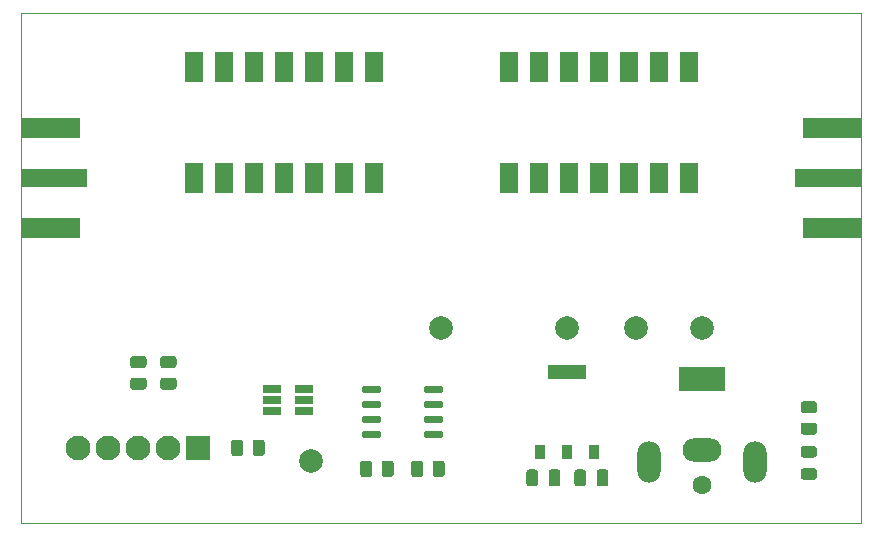
<source format=gts>
%TF.GenerationSoftware,KiCad,Pcbnew,(5.1.10)-1*%
%TF.CreationDate,2021-05-13T13:34:22-04:00*%
%TF.ProjectId,Phase Shifter Module,50686173-6520-4536-9869-66746572204d,rev?*%
%TF.SameCoordinates,Original*%
%TF.FileFunction,Soldermask,Top*%
%TF.FilePolarity,Negative*%
%FSLAX46Y46*%
G04 Gerber Fmt 4.6, Leading zero omitted, Abs format (unit mm)*
G04 Created by KiCad (PCBNEW (5.1.10)-1) date 2021-05-13 13:34:22*
%MOMM*%
%LPD*%
G01*
G04 APERTURE LIST*
%TA.AperFunction,Profile*%
%ADD10C,0.050000*%
%TD*%
%ADD11C,2.100000*%
%ADD12R,2.100000X2.100000*%
%ADD13C,2.000000*%
%ADD14R,5.600000X1.600000*%
%ADD15R,5.000000X1.800000*%
%ADD16C,1.600000*%
%ADD17O,2.000000X3.500000*%
%ADD18O,3.300000X2.000000*%
%ADD19R,4.000000X2.000000*%
%ADD20R,1.560000X0.650000*%
%ADD21R,1.650000X2.540000*%
%ADD22R,3.200000X1.250000*%
%ADD23R,0.950000X1.250000*%
G04 APERTURE END LIST*
D10*
X175260000Y-76200000D02*
X104140000Y-76200000D01*
X175260000Y-119380000D02*
X175260000Y-76200000D01*
X104140000Y-119380000D02*
X175260000Y-119380000D01*
X104140000Y-76200000D02*
X104140000Y-119380000D01*
D11*
%TO.C,J1*%
X108966000Y-113030000D03*
X111506000Y-113030000D03*
X114046000Y-113030000D03*
X116586000Y-113030000D03*
D12*
X119126000Y-113030000D03*
%TD*%
%TO.C,IC3*%
G36*
G01*
X138198000Y-108227000D02*
X138198000Y-107927000D01*
G75*
G02*
X138348000Y-107777000I150000J0D01*
G01*
X139698000Y-107777000D01*
G75*
G02*
X139848000Y-107927000I0J-150000D01*
G01*
X139848000Y-108227000D01*
G75*
G02*
X139698000Y-108377000I-150000J0D01*
G01*
X138348000Y-108377000D01*
G75*
G02*
X138198000Y-108227000I0J150000D01*
G01*
G37*
G36*
G01*
X138198000Y-109497000D02*
X138198000Y-109197000D01*
G75*
G02*
X138348000Y-109047000I150000J0D01*
G01*
X139698000Y-109047000D01*
G75*
G02*
X139848000Y-109197000I0J-150000D01*
G01*
X139848000Y-109497000D01*
G75*
G02*
X139698000Y-109647000I-150000J0D01*
G01*
X138348000Y-109647000D01*
G75*
G02*
X138198000Y-109497000I0J150000D01*
G01*
G37*
G36*
G01*
X138198000Y-110767000D02*
X138198000Y-110467000D01*
G75*
G02*
X138348000Y-110317000I150000J0D01*
G01*
X139698000Y-110317000D01*
G75*
G02*
X139848000Y-110467000I0J-150000D01*
G01*
X139848000Y-110767000D01*
G75*
G02*
X139698000Y-110917000I-150000J0D01*
G01*
X138348000Y-110917000D01*
G75*
G02*
X138198000Y-110767000I0J150000D01*
G01*
G37*
G36*
G01*
X138198000Y-112037000D02*
X138198000Y-111737000D01*
G75*
G02*
X138348000Y-111587000I150000J0D01*
G01*
X139698000Y-111587000D01*
G75*
G02*
X139848000Y-111737000I0J-150000D01*
G01*
X139848000Y-112037000D01*
G75*
G02*
X139698000Y-112187000I-150000J0D01*
G01*
X138348000Y-112187000D01*
G75*
G02*
X138198000Y-112037000I0J150000D01*
G01*
G37*
G36*
G01*
X132948000Y-112037000D02*
X132948000Y-111737000D01*
G75*
G02*
X133098000Y-111587000I150000J0D01*
G01*
X134448000Y-111587000D01*
G75*
G02*
X134598000Y-111737000I0J-150000D01*
G01*
X134598000Y-112037000D01*
G75*
G02*
X134448000Y-112187000I-150000J0D01*
G01*
X133098000Y-112187000D01*
G75*
G02*
X132948000Y-112037000I0J150000D01*
G01*
G37*
G36*
G01*
X132948000Y-110767000D02*
X132948000Y-110467000D01*
G75*
G02*
X133098000Y-110317000I150000J0D01*
G01*
X134448000Y-110317000D01*
G75*
G02*
X134598000Y-110467000I0J-150000D01*
G01*
X134598000Y-110767000D01*
G75*
G02*
X134448000Y-110917000I-150000J0D01*
G01*
X133098000Y-110917000D01*
G75*
G02*
X132948000Y-110767000I0J150000D01*
G01*
G37*
G36*
G01*
X132948000Y-109497000D02*
X132948000Y-109197000D01*
G75*
G02*
X133098000Y-109047000I150000J0D01*
G01*
X134448000Y-109047000D01*
G75*
G02*
X134598000Y-109197000I0J-150000D01*
G01*
X134598000Y-109497000D01*
G75*
G02*
X134448000Y-109647000I-150000J0D01*
G01*
X133098000Y-109647000D01*
G75*
G02*
X132948000Y-109497000I0J150000D01*
G01*
G37*
G36*
G01*
X132948000Y-108227000D02*
X132948000Y-107927000D01*
G75*
G02*
X133098000Y-107777000I150000J0D01*
G01*
X134448000Y-107777000D01*
G75*
G02*
X134598000Y-107927000I0J-150000D01*
G01*
X134598000Y-108227000D01*
G75*
G02*
X134448000Y-108377000I-150000J0D01*
G01*
X133098000Y-108377000D01*
G75*
G02*
X132948000Y-108227000I0J150000D01*
G01*
G37*
%TD*%
%TO.C,R2*%
G36*
G01*
X138157000Y-114357999D02*
X138157000Y-115258001D01*
G75*
G02*
X137907001Y-115508000I-249999J0D01*
G01*
X137381999Y-115508000D01*
G75*
G02*
X137132000Y-115258001I0J249999D01*
G01*
X137132000Y-114357999D01*
G75*
G02*
X137381999Y-114108000I249999J0D01*
G01*
X137907001Y-114108000D01*
G75*
G02*
X138157000Y-114357999I0J-249999D01*
G01*
G37*
G36*
G01*
X139982000Y-114357999D02*
X139982000Y-115258001D01*
G75*
G02*
X139732001Y-115508000I-249999J0D01*
G01*
X139206999Y-115508000D01*
G75*
G02*
X138957000Y-115258001I0J249999D01*
G01*
X138957000Y-114357999D01*
G75*
G02*
X139206999Y-114108000I249999J0D01*
G01*
X139732001Y-114108000D01*
G75*
G02*
X139982000Y-114357999I0J-249999D01*
G01*
G37*
%TD*%
%TO.C,R1*%
G36*
G01*
X133839000Y-114357999D02*
X133839000Y-115258001D01*
G75*
G02*
X133589001Y-115508000I-249999J0D01*
G01*
X133063999Y-115508000D01*
G75*
G02*
X132814000Y-115258001I0J249999D01*
G01*
X132814000Y-114357999D01*
G75*
G02*
X133063999Y-114108000I249999J0D01*
G01*
X133589001Y-114108000D01*
G75*
G02*
X133839000Y-114357999I0J-249999D01*
G01*
G37*
G36*
G01*
X135664000Y-114357999D02*
X135664000Y-115258001D01*
G75*
G02*
X135414001Y-115508000I-249999J0D01*
G01*
X134888999Y-115508000D01*
G75*
G02*
X134639000Y-115258001I0J249999D01*
G01*
X134639000Y-114357999D01*
G75*
G02*
X134888999Y-114108000I249999J0D01*
G01*
X135414001Y-114108000D01*
G75*
G02*
X135664000Y-114357999I0J-249999D01*
G01*
G37*
%TD*%
%TO.C,R6*%
G36*
G01*
X171265001Y-110090000D02*
X170364999Y-110090000D01*
G75*
G02*
X170115000Y-109840001I0J249999D01*
G01*
X170115000Y-109314999D01*
G75*
G02*
X170364999Y-109065000I249999J0D01*
G01*
X171265001Y-109065000D01*
G75*
G02*
X171515000Y-109314999I0J-249999D01*
G01*
X171515000Y-109840001D01*
G75*
G02*
X171265001Y-110090000I-249999J0D01*
G01*
G37*
G36*
G01*
X171265001Y-111915000D02*
X170364999Y-111915000D01*
G75*
G02*
X170115000Y-111665001I0J249999D01*
G01*
X170115000Y-111139999D01*
G75*
G02*
X170364999Y-110890000I249999J0D01*
G01*
X171265001Y-110890000D01*
G75*
G02*
X171515000Y-111139999I0J-249999D01*
G01*
X171515000Y-111665001D01*
G75*
G02*
X171265001Y-111915000I-249999J0D01*
G01*
G37*
%TD*%
%TO.C,D1*%
G36*
G01*
X171271250Y-113850000D02*
X170358750Y-113850000D01*
G75*
G02*
X170115000Y-113606250I0J243750D01*
G01*
X170115000Y-113118750D01*
G75*
G02*
X170358750Y-112875000I243750J0D01*
G01*
X171271250Y-112875000D01*
G75*
G02*
X171515000Y-113118750I0J-243750D01*
G01*
X171515000Y-113606250D01*
G75*
G02*
X171271250Y-113850000I-243750J0D01*
G01*
G37*
G36*
G01*
X171271250Y-115725000D02*
X170358750Y-115725000D01*
G75*
G02*
X170115000Y-115481250I0J243750D01*
G01*
X170115000Y-114993750D01*
G75*
G02*
X170358750Y-114750000I243750J0D01*
G01*
X171271250Y-114750000D01*
G75*
G02*
X171515000Y-114993750I0J-243750D01*
G01*
X171515000Y-115481250D01*
G75*
G02*
X171271250Y-115725000I-243750J0D01*
G01*
G37*
%TD*%
D13*
%TO.C,V_DAC1*%
X128651000Y-114173000D03*
%TD*%
%TO.C,V_Bias1*%
X139700000Y-102870000D03*
%TD*%
%TO.C,GND1*%
X156210000Y-102870000D03*
%TD*%
%TO.C,5V1*%
X150368000Y-102870000D03*
%TD*%
%TO.C,12V1*%
X161798000Y-102870000D03*
%TD*%
D14*
%TO.C,J2*%
X106940000Y-90170000D03*
D15*
X106640000Y-94420000D03*
X106640000Y-85920000D03*
%TD*%
D14*
%TO.C,J3*%
X172460000Y-90170000D03*
D15*
X172760000Y-85920000D03*
X172760000Y-94420000D03*
%TD*%
%TO.C,R5*%
G36*
G01*
X122917000Y-112579998D02*
X122917000Y-113480002D01*
G75*
G02*
X122667002Y-113730000I-249998J0D01*
G01*
X122141998Y-113730000D01*
G75*
G02*
X121892000Y-113480002I0J249998D01*
G01*
X121892000Y-112579998D01*
G75*
G02*
X122141998Y-112330000I249998J0D01*
G01*
X122667002Y-112330000D01*
G75*
G02*
X122917000Y-112579998I0J-249998D01*
G01*
G37*
G36*
G01*
X124742000Y-112579998D02*
X124742000Y-113480002D01*
G75*
G02*
X124492002Y-113730000I-249998J0D01*
G01*
X123966998Y-113730000D01*
G75*
G02*
X123717000Y-113480002I0J249998D01*
G01*
X123717000Y-112579998D01*
G75*
G02*
X123966998Y-112330000I249998J0D01*
G01*
X124492002Y-112330000D01*
G75*
G02*
X124742000Y-112579998I0J-249998D01*
G01*
G37*
%TD*%
D16*
%TO.C,J4*%
X161798000Y-116188000D03*
D17*
X166298000Y-114188000D03*
X157298000Y-114188000D03*
D18*
X161798000Y-113188000D03*
D19*
X161798000Y-107188000D03*
%TD*%
D20*
%TO.C,IC1*%
X128096000Y-109916000D03*
X128096000Y-108966000D03*
X128096000Y-108016000D03*
X125396000Y-108016000D03*
X125396000Y-109916000D03*
X125396000Y-108966000D03*
%TD*%
D21*
%TO.C,U2*%
X145415000Y-90159200D03*
X147955000Y-90159200D03*
X150495000Y-90159200D03*
X153035000Y-90159200D03*
X155575000Y-90159200D03*
X158115000Y-90159200D03*
X160655000Y-90159200D03*
X160655000Y-80759200D03*
X158115000Y-80759200D03*
X155575000Y-80759200D03*
X153035000Y-80759200D03*
X150495000Y-80759200D03*
X147955000Y-80759200D03*
X145415000Y-80759200D03*
%TD*%
%TO.C,R4*%
G36*
G01*
X114496002Y-106280000D02*
X113595998Y-106280000D01*
G75*
G02*
X113346000Y-106030002I0J249998D01*
G01*
X113346000Y-105504998D01*
G75*
G02*
X113595998Y-105255000I249998J0D01*
G01*
X114496002Y-105255000D01*
G75*
G02*
X114746000Y-105504998I0J-249998D01*
G01*
X114746000Y-106030002D01*
G75*
G02*
X114496002Y-106280000I-249998J0D01*
G01*
G37*
G36*
G01*
X114496002Y-108105000D02*
X113595998Y-108105000D01*
G75*
G02*
X113346000Y-107855002I0J249998D01*
G01*
X113346000Y-107329998D01*
G75*
G02*
X113595998Y-107080000I249998J0D01*
G01*
X114496002Y-107080000D01*
G75*
G02*
X114746000Y-107329998I0J-249998D01*
G01*
X114746000Y-107855002D01*
G75*
G02*
X114496002Y-108105000I-249998J0D01*
G01*
G37*
%TD*%
%TO.C,R3*%
G36*
G01*
X117036002Y-106280000D02*
X116135998Y-106280000D01*
G75*
G02*
X115886000Y-106030002I0J249998D01*
G01*
X115886000Y-105504998D01*
G75*
G02*
X116135998Y-105255000I249998J0D01*
G01*
X117036002Y-105255000D01*
G75*
G02*
X117286000Y-105504998I0J-249998D01*
G01*
X117286000Y-106030002D01*
G75*
G02*
X117036002Y-106280000I-249998J0D01*
G01*
G37*
G36*
G01*
X117036002Y-108105000D02*
X116135998Y-108105000D01*
G75*
G02*
X115886000Y-107855002I0J249998D01*
G01*
X115886000Y-107329998D01*
G75*
G02*
X116135998Y-107080000I249998J0D01*
G01*
X117036002Y-107080000D01*
G75*
G02*
X117286000Y-107329998I0J-249998D01*
G01*
X117286000Y-107855002D01*
G75*
G02*
X117036002Y-108105000I-249998J0D01*
G01*
G37*
%TD*%
%TO.C,C1*%
G36*
G01*
X149786000Y-115095000D02*
X149786000Y-116045000D01*
G75*
G02*
X149536000Y-116295000I-250000J0D01*
G01*
X149036000Y-116295000D01*
G75*
G02*
X148786000Y-116045000I0J250000D01*
G01*
X148786000Y-115095000D01*
G75*
G02*
X149036000Y-114845000I250000J0D01*
G01*
X149536000Y-114845000D01*
G75*
G02*
X149786000Y-115095000I0J-250000D01*
G01*
G37*
G36*
G01*
X147886000Y-115095000D02*
X147886000Y-116045000D01*
G75*
G02*
X147636000Y-116295000I-250000J0D01*
G01*
X147136000Y-116295000D01*
G75*
G02*
X146886000Y-116045000I0J250000D01*
G01*
X146886000Y-115095000D01*
G75*
G02*
X147136000Y-114845000I250000J0D01*
G01*
X147636000Y-114845000D01*
G75*
G02*
X147886000Y-115095000I0J-250000D01*
G01*
G37*
%TD*%
%TO.C,C2*%
G36*
G01*
X153850000Y-115095000D02*
X153850000Y-116045000D01*
G75*
G02*
X153600000Y-116295000I-250000J0D01*
G01*
X153100000Y-116295000D01*
G75*
G02*
X152850000Y-116045000I0J250000D01*
G01*
X152850000Y-115095000D01*
G75*
G02*
X153100000Y-114845000I250000J0D01*
G01*
X153600000Y-114845000D01*
G75*
G02*
X153850000Y-115095000I0J-250000D01*
G01*
G37*
G36*
G01*
X151950000Y-115095000D02*
X151950000Y-116045000D01*
G75*
G02*
X151700000Y-116295000I-250000J0D01*
G01*
X151200000Y-116295000D01*
G75*
G02*
X150950000Y-116045000I0J250000D01*
G01*
X150950000Y-115095000D01*
G75*
G02*
X151200000Y-114845000I250000J0D01*
G01*
X151700000Y-114845000D01*
G75*
G02*
X151950000Y-115095000I0J-250000D01*
G01*
G37*
%TD*%
D22*
%TO.C,IC2*%
X150368000Y-106582000D03*
D23*
X152668000Y-113382000D03*
X150368000Y-113382000D03*
X148068000Y-113382000D03*
%TD*%
D21*
%TO.C,U1*%
X118745000Y-90159200D03*
X121285000Y-90159200D03*
X123825000Y-90159200D03*
X126365000Y-90159200D03*
X128905000Y-90159200D03*
X131445000Y-90159200D03*
X133985000Y-90159200D03*
X133985000Y-80759200D03*
X131445000Y-80759200D03*
X128905000Y-80759200D03*
X126365000Y-80759200D03*
X123825000Y-80759200D03*
X121285000Y-80759200D03*
X118745000Y-80759200D03*
%TD*%
M02*

</source>
